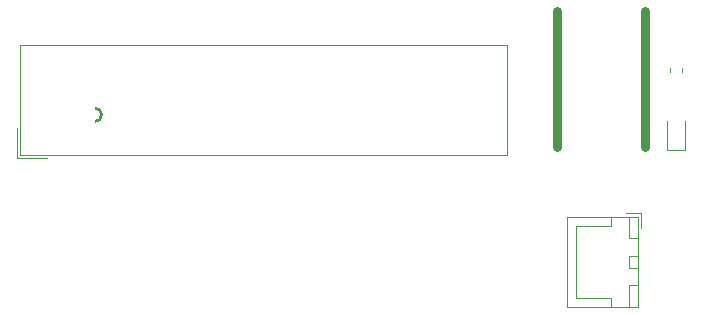
<source format=gbr>
G04 #@! TF.GenerationSoftware,KiCad,Pcbnew,(5.1.4)-1*
G04 #@! TF.CreationDate,2020-03-27T15:17:00-04:00*
G04 #@! TF.ProjectId,heatbed_breakout,68656174-6265-4645-9f62-7265616b6f75,rev?*
G04 #@! TF.SameCoordinates,PX8b91fb0PY68e7780*
G04 #@! TF.FileFunction,Legend,Top*
G04 #@! TF.FilePolarity,Positive*
%FSLAX46Y46*%
G04 Gerber Fmt 4.6, Leading zero omitted, Abs format (unit mm)*
G04 Created by KiCad (PCBNEW (5.1.4)-1) date 2020-03-27 15:17:00*
%MOMM*%
%LPD*%
G04 APERTURE LIST*
%ADD10C,0.254000*%
%ADD11C,0.750000*%
%ADD12C,0.120000*%
%ADD13C,0.100000*%
%ADD14C,6.102000*%
%ADD15C,10.702000*%
%ADD16C,1.052000*%
%ADD17O,2.102000X1.802000*%
%ADD18C,1.802000*%
%ADD19O,1.829200X1.829200*%
%ADD20R,1.829200X1.829200*%
G04 APERTURE END LIST*
D10*
X-42290983Y-1250000D02*
G75*
G03X-42290983Y-1250000I-559017J0D01*
G01*
D11*
X3750000Y7500000D02*
X3750000Y-4000000D01*
X-3750000Y7500000D02*
X-3750000Y-4000000D01*
D12*
X5840000Y2711267D02*
X5840000Y2368733D01*
X6860000Y2711267D02*
X6860000Y2368733D01*
X3385000Y-9596000D02*
X2135000Y-9596000D01*
X3385000Y-10846000D02*
X3385000Y-9596000D01*
X-2115000Y-16746000D02*
X-2115000Y-13696000D01*
X835000Y-16746000D02*
X-2115000Y-16746000D01*
X835000Y-17496000D02*
X835000Y-16746000D01*
X-2115000Y-10646000D02*
X-2115000Y-13696000D01*
X835000Y-10646000D02*
X-2115000Y-10646000D01*
X835000Y-9896000D02*
X835000Y-10646000D01*
X3085000Y-17496000D02*
X3085000Y-15696000D01*
X2335000Y-17496000D02*
X3085000Y-17496000D01*
X2335000Y-15696000D02*
X2335000Y-17496000D01*
X3085000Y-15696000D02*
X2335000Y-15696000D01*
X3085000Y-11696000D02*
X3085000Y-9896000D01*
X2335000Y-11696000D02*
X3085000Y-11696000D01*
X2335000Y-9896000D02*
X2335000Y-11696000D01*
X3085000Y-9896000D02*
X2335000Y-9896000D01*
X3085000Y-14196000D02*
X3085000Y-13196000D01*
X2335000Y-14196000D02*
X3085000Y-14196000D01*
X2335000Y-13196000D02*
X2335000Y-14196000D01*
X3085000Y-13196000D02*
X2335000Y-13196000D01*
X3095000Y-17506000D02*
X3095000Y-9886000D01*
X-2875000Y-17506000D02*
X3095000Y-17506000D01*
X-2875000Y-9886000D02*
X-2875000Y-17506000D01*
X3095000Y-9886000D02*
X-2875000Y-9886000D01*
X-49415000Y-4925000D02*
X-49415000Y-2385000D01*
X-49415000Y-4925000D02*
X-46875000Y-4925000D01*
X-49165000Y-4675000D02*
X-49165000Y4675000D01*
X-7985000Y-4675000D02*
X-49165000Y-4675000D01*
X-7985000Y4675000D02*
X-7985000Y-4675000D01*
X-49165000Y4675000D02*
X-7985000Y4675000D01*
X7085000Y-4200000D02*
X7085000Y-1740000D01*
X5615000Y-4200000D02*
X7085000Y-4200000D01*
X5615000Y-1740000D02*
X5615000Y-4200000D01*
%LPC*%
D13*
G36*
X2500610Y6623062D02*
G01*
X2559844Y6614275D01*
X2617932Y6599725D01*
X2674313Y6579551D01*
X2728446Y6553948D01*
X2779809Y6523163D01*
X2827907Y6487491D01*
X2872277Y6447277D01*
X2912491Y6402907D01*
X2948163Y6354809D01*
X2978948Y6303446D01*
X3004551Y6249313D01*
X3024725Y6192932D01*
X3039275Y6134844D01*
X3048062Y6075610D01*
X3051000Y6015800D01*
X3051000Y1134200D01*
X3048062Y1074390D01*
X3039275Y1015156D01*
X3024725Y957068D01*
X3004551Y900687D01*
X2978948Y846554D01*
X2948163Y795191D01*
X2912491Y747093D01*
X2872277Y702723D01*
X2827907Y662509D01*
X2779809Y626837D01*
X2728446Y596052D01*
X2674313Y570449D01*
X2617932Y550275D01*
X2559844Y535725D01*
X2500610Y526938D01*
X2440800Y524000D01*
X-2440800Y524000D01*
X-2500610Y526938D01*
X-2559844Y535725D01*
X-2617932Y550275D01*
X-2674313Y570449D01*
X-2728446Y596052D01*
X-2779809Y626837D01*
X-2827907Y662509D01*
X-2872277Y702723D01*
X-2912491Y747093D01*
X-2948163Y795191D01*
X-2978948Y846554D01*
X-3004551Y900687D01*
X-3024725Y957068D01*
X-3039275Y1015156D01*
X-3048062Y1074390D01*
X-3051000Y1134200D01*
X-3051000Y6015800D01*
X-3048062Y6075610D01*
X-3039275Y6134844D01*
X-3024725Y6192932D01*
X-3004551Y6249313D01*
X-2978948Y6303446D01*
X-2948163Y6354809D01*
X-2912491Y6402907D01*
X-2872277Y6447277D01*
X-2827907Y6487491D01*
X-2779809Y6523163D01*
X-2728446Y6553948D01*
X-2674313Y6579551D01*
X-2617932Y6599725D01*
X-2559844Y6614275D01*
X-2500610Y6623062D01*
X-2440800Y6626000D01*
X2440800Y6626000D01*
X2500610Y6623062D01*
X2500610Y6623062D01*
G37*
D14*
X0Y3575000D03*
D13*
G36*
X2500610Y-526938D02*
G01*
X2559844Y-535725D01*
X2617932Y-550275D01*
X2674313Y-570449D01*
X2728446Y-596052D01*
X2779809Y-626837D01*
X2827907Y-662509D01*
X2872277Y-702723D01*
X2912491Y-747093D01*
X2948163Y-795191D01*
X2978948Y-846554D01*
X3004551Y-900687D01*
X3024725Y-957068D01*
X3039275Y-1015156D01*
X3048062Y-1074390D01*
X3051000Y-1134200D01*
X3051000Y-6015800D01*
X3048062Y-6075610D01*
X3039275Y-6134844D01*
X3024725Y-6192932D01*
X3004551Y-6249313D01*
X2978948Y-6303446D01*
X2948163Y-6354809D01*
X2912491Y-6402907D01*
X2872277Y-6447277D01*
X2827907Y-6487491D01*
X2779809Y-6523163D01*
X2728446Y-6553948D01*
X2674313Y-6579551D01*
X2617932Y-6599725D01*
X2559844Y-6614275D01*
X2500610Y-6623062D01*
X2440800Y-6626000D01*
X-2440800Y-6626000D01*
X-2500610Y-6623062D01*
X-2559844Y-6614275D01*
X-2617932Y-6599725D01*
X-2674313Y-6579551D01*
X-2728446Y-6553948D01*
X-2779809Y-6523163D01*
X-2827907Y-6487491D01*
X-2872277Y-6447277D01*
X-2912491Y-6402907D01*
X-2948163Y-6354809D01*
X-2978948Y-6303446D01*
X-3004551Y-6249313D01*
X-3024725Y-6192932D01*
X-3039275Y-6134844D01*
X-3048062Y-6075610D01*
X-3051000Y-6015800D01*
X-3051000Y-1134200D01*
X-3048062Y-1074390D01*
X-3039275Y-1015156D01*
X-3024725Y-957068D01*
X-3004551Y-900687D01*
X-2978948Y-846554D01*
X-2948163Y-795191D01*
X-2912491Y-747093D01*
X-2872277Y-702723D01*
X-2827907Y-662509D01*
X-2779809Y-626837D01*
X-2728446Y-596052D01*
X-2674313Y-570449D01*
X-2617932Y-550275D01*
X-2559844Y-535725D01*
X-2500610Y-526938D01*
X-2440800Y-524000D01*
X2440800Y-524000D01*
X2500610Y-526938D01*
X2500610Y-526938D01*
G37*
D14*
X0Y-3575000D03*
D15*
X13650000Y0D03*
X-56350000Y0D03*
D13*
G36*
X6638779Y2239734D02*
G01*
X6664309Y2235947D01*
X6689345Y2229675D01*
X6713646Y2220980D01*
X6736977Y2209945D01*
X6759115Y2196677D01*
X6779845Y2181302D01*
X6798969Y2163969D01*
X6816302Y2144845D01*
X6831677Y2124115D01*
X6844945Y2101977D01*
X6855980Y2078646D01*
X6864675Y2054345D01*
X6870947Y2029309D01*
X6874734Y2003779D01*
X6876000Y1978000D01*
X6876000Y1352000D01*
X6874734Y1326221D01*
X6870947Y1300691D01*
X6864675Y1275655D01*
X6855980Y1251354D01*
X6844945Y1228023D01*
X6831677Y1205885D01*
X6816302Y1185155D01*
X6798969Y1166031D01*
X6779845Y1148698D01*
X6759115Y1133323D01*
X6736977Y1120055D01*
X6713646Y1109020D01*
X6689345Y1100325D01*
X6664309Y1094053D01*
X6638779Y1090266D01*
X6613000Y1089000D01*
X6087000Y1089000D01*
X6061221Y1090266D01*
X6035691Y1094053D01*
X6010655Y1100325D01*
X5986354Y1109020D01*
X5963023Y1120055D01*
X5940885Y1133323D01*
X5920155Y1148698D01*
X5901031Y1166031D01*
X5883698Y1185155D01*
X5868323Y1205885D01*
X5855055Y1228023D01*
X5844020Y1251354D01*
X5835325Y1275655D01*
X5829053Y1300691D01*
X5825266Y1326221D01*
X5824000Y1352000D01*
X5824000Y1978000D01*
X5825266Y2003779D01*
X5829053Y2029309D01*
X5835325Y2054345D01*
X5844020Y2078646D01*
X5855055Y2101977D01*
X5868323Y2124115D01*
X5883698Y2144845D01*
X5901031Y2163969D01*
X5920155Y2181302D01*
X5940885Y2196677D01*
X5963023Y2209945D01*
X5986354Y2220980D01*
X6010655Y2229675D01*
X6035691Y2235947D01*
X6061221Y2239734D01*
X6087000Y2241000D01*
X6613000Y2241000D01*
X6638779Y2239734D01*
X6638779Y2239734D01*
G37*
D16*
X6350000Y1665000D03*
D13*
G36*
X6638779Y3989734D02*
G01*
X6664309Y3985947D01*
X6689345Y3979675D01*
X6713646Y3970980D01*
X6736977Y3959945D01*
X6759115Y3946677D01*
X6779845Y3931302D01*
X6798969Y3913969D01*
X6816302Y3894845D01*
X6831677Y3874115D01*
X6844945Y3851977D01*
X6855980Y3828646D01*
X6864675Y3804345D01*
X6870947Y3779309D01*
X6874734Y3753779D01*
X6876000Y3728000D01*
X6876000Y3102000D01*
X6874734Y3076221D01*
X6870947Y3050691D01*
X6864675Y3025655D01*
X6855980Y3001354D01*
X6844945Y2978023D01*
X6831677Y2955885D01*
X6816302Y2935155D01*
X6798969Y2916031D01*
X6779845Y2898698D01*
X6759115Y2883323D01*
X6736977Y2870055D01*
X6713646Y2859020D01*
X6689345Y2850325D01*
X6664309Y2844053D01*
X6638779Y2840266D01*
X6613000Y2839000D01*
X6087000Y2839000D01*
X6061221Y2840266D01*
X6035691Y2844053D01*
X6010655Y2850325D01*
X5986354Y2859020D01*
X5963023Y2870055D01*
X5940885Y2883323D01*
X5920155Y2898698D01*
X5901031Y2916031D01*
X5883698Y2935155D01*
X5868323Y2955885D01*
X5855055Y2978023D01*
X5844020Y3001354D01*
X5835325Y3025655D01*
X5829053Y3050691D01*
X5825266Y3076221D01*
X5824000Y3102000D01*
X5824000Y3728000D01*
X5825266Y3753779D01*
X5829053Y3779309D01*
X5835325Y3804345D01*
X5844020Y3828646D01*
X5855055Y3851977D01*
X5868323Y3874115D01*
X5883698Y3894845D01*
X5901031Y3913969D01*
X5920155Y3931302D01*
X5940885Y3946677D01*
X5963023Y3959945D01*
X5986354Y3970980D01*
X6010655Y3979675D01*
X6035691Y3985947D01*
X6061221Y3989734D01*
X6087000Y3991000D01*
X6613000Y3991000D01*
X6638779Y3989734D01*
X6638779Y3989734D01*
G37*
D16*
X6350000Y3415000D03*
D17*
X635000Y-14946000D03*
D13*
G36*
X1446975Y-11546276D02*
G01*
X1472699Y-11550092D01*
X1497925Y-11556411D01*
X1522411Y-11565172D01*
X1545920Y-11576291D01*
X1568226Y-11589661D01*
X1589114Y-11605152D01*
X1608383Y-11622617D01*
X1625848Y-11641886D01*
X1641339Y-11662774D01*
X1654709Y-11685080D01*
X1665828Y-11708589D01*
X1674589Y-11733075D01*
X1680908Y-11758301D01*
X1684724Y-11784025D01*
X1686000Y-11810000D01*
X1686000Y-13082000D01*
X1684724Y-13107975D01*
X1680908Y-13133699D01*
X1674589Y-13158925D01*
X1665828Y-13183411D01*
X1654709Y-13206920D01*
X1641339Y-13229226D01*
X1625848Y-13250114D01*
X1608383Y-13269383D01*
X1589114Y-13286848D01*
X1568226Y-13302339D01*
X1545920Y-13315709D01*
X1522411Y-13326828D01*
X1497925Y-13335589D01*
X1472699Y-13341908D01*
X1446975Y-13345724D01*
X1421000Y-13347000D01*
X-151000Y-13347000D01*
X-176975Y-13345724D01*
X-202699Y-13341908D01*
X-227925Y-13335589D01*
X-252411Y-13326828D01*
X-275920Y-13315709D01*
X-298226Y-13302339D01*
X-319114Y-13286848D01*
X-338383Y-13269383D01*
X-355848Y-13250114D01*
X-371339Y-13229226D01*
X-384709Y-13206920D01*
X-395828Y-13183411D01*
X-404589Y-13158925D01*
X-410908Y-13133699D01*
X-414724Y-13107975D01*
X-416000Y-13082000D01*
X-416000Y-11810000D01*
X-414724Y-11784025D01*
X-410908Y-11758301D01*
X-404589Y-11733075D01*
X-395828Y-11708589D01*
X-384709Y-11685080D01*
X-371339Y-11662774D01*
X-355848Y-11641886D01*
X-338383Y-11622617D01*
X-319114Y-11605152D01*
X-298226Y-11589661D01*
X-275920Y-11576291D01*
X-252411Y-11565172D01*
X-227925Y-11556411D01*
X-202699Y-11550092D01*
X-176975Y-11546276D01*
X-151000Y-11545000D01*
X1421000Y-11545000D01*
X1446975Y-11546276D01*
X1446975Y-11546276D01*
G37*
D18*
X635000Y-12446000D03*
D19*
X-13335000Y1270000D03*
X-13335000Y-1270000D03*
X-15875000Y1270000D03*
X-15875000Y-1270000D03*
X-18415000Y1270000D03*
X-18415000Y-1270000D03*
X-20955000Y1270000D03*
X-20955000Y-1270000D03*
X-23495000Y1270000D03*
X-23495000Y-1270000D03*
X-26035000Y1270000D03*
X-26035000Y-1270000D03*
X-28575000Y1270000D03*
X-28575000Y-1270000D03*
X-31115000Y1270000D03*
X-31115000Y-1270000D03*
X-33655000Y1270000D03*
X-33655000Y-1270000D03*
X-36195000Y1270000D03*
X-36195000Y-1270000D03*
X-38735000Y1270000D03*
X-38735000Y-1270000D03*
X-41275000Y1270000D03*
X-41275000Y-1270000D03*
X-43815000Y1270000D03*
D20*
X-43815000Y-1270000D03*
D13*
G36*
X6638779Y-1090266D02*
G01*
X6664309Y-1094053D01*
X6689345Y-1100325D01*
X6713646Y-1109020D01*
X6736977Y-1120055D01*
X6759115Y-1133323D01*
X6779845Y-1148698D01*
X6798969Y-1166031D01*
X6816302Y-1185155D01*
X6831677Y-1205885D01*
X6844945Y-1228023D01*
X6855980Y-1251354D01*
X6864675Y-1275655D01*
X6870947Y-1300691D01*
X6874734Y-1326221D01*
X6876000Y-1352000D01*
X6876000Y-1978000D01*
X6874734Y-2003779D01*
X6870947Y-2029309D01*
X6864675Y-2054345D01*
X6855980Y-2078646D01*
X6844945Y-2101977D01*
X6831677Y-2124115D01*
X6816302Y-2144845D01*
X6798969Y-2163969D01*
X6779845Y-2181302D01*
X6759115Y-2196677D01*
X6736977Y-2209945D01*
X6713646Y-2220980D01*
X6689345Y-2229675D01*
X6664309Y-2235947D01*
X6638779Y-2239734D01*
X6613000Y-2241000D01*
X6087000Y-2241000D01*
X6061221Y-2239734D01*
X6035691Y-2235947D01*
X6010655Y-2229675D01*
X5986354Y-2220980D01*
X5963023Y-2209945D01*
X5940885Y-2196677D01*
X5920155Y-2181302D01*
X5901031Y-2163969D01*
X5883698Y-2144845D01*
X5868323Y-2124115D01*
X5855055Y-2101977D01*
X5844020Y-2078646D01*
X5835325Y-2054345D01*
X5829053Y-2029309D01*
X5825266Y-2003779D01*
X5824000Y-1978000D01*
X5824000Y-1352000D01*
X5825266Y-1326221D01*
X5829053Y-1300691D01*
X5835325Y-1275655D01*
X5844020Y-1251354D01*
X5855055Y-1228023D01*
X5868323Y-1205885D01*
X5883698Y-1185155D01*
X5901031Y-1166031D01*
X5920155Y-1148698D01*
X5940885Y-1133323D01*
X5963023Y-1120055D01*
X5986354Y-1109020D01*
X6010655Y-1100325D01*
X6035691Y-1094053D01*
X6061221Y-1090266D01*
X6087000Y-1089000D01*
X6613000Y-1089000D01*
X6638779Y-1090266D01*
X6638779Y-1090266D01*
G37*
D16*
X6350000Y-1665000D03*
D13*
G36*
X6638779Y-2840266D02*
G01*
X6664309Y-2844053D01*
X6689345Y-2850325D01*
X6713646Y-2859020D01*
X6736977Y-2870055D01*
X6759115Y-2883323D01*
X6779845Y-2898698D01*
X6798969Y-2916031D01*
X6816302Y-2935155D01*
X6831677Y-2955885D01*
X6844945Y-2978023D01*
X6855980Y-3001354D01*
X6864675Y-3025655D01*
X6870947Y-3050691D01*
X6874734Y-3076221D01*
X6876000Y-3102000D01*
X6876000Y-3728000D01*
X6874734Y-3753779D01*
X6870947Y-3779309D01*
X6864675Y-3804345D01*
X6855980Y-3828646D01*
X6844945Y-3851977D01*
X6831677Y-3874115D01*
X6816302Y-3894845D01*
X6798969Y-3913969D01*
X6779845Y-3931302D01*
X6759115Y-3946677D01*
X6736977Y-3959945D01*
X6713646Y-3970980D01*
X6689345Y-3979675D01*
X6664309Y-3985947D01*
X6638779Y-3989734D01*
X6613000Y-3991000D01*
X6087000Y-3991000D01*
X6061221Y-3989734D01*
X6035691Y-3985947D01*
X6010655Y-3979675D01*
X5986354Y-3970980D01*
X5963023Y-3959945D01*
X5940885Y-3946677D01*
X5920155Y-3931302D01*
X5901031Y-3913969D01*
X5883698Y-3894845D01*
X5868323Y-3874115D01*
X5855055Y-3851977D01*
X5844020Y-3828646D01*
X5835325Y-3804345D01*
X5829053Y-3779309D01*
X5825266Y-3753779D01*
X5824000Y-3728000D01*
X5824000Y-3102000D01*
X5825266Y-3076221D01*
X5829053Y-3050691D01*
X5835325Y-3025655D01*
X5844020Y-3001354D01*
X5855055Y-2978023D01*
X5868323Y-2955885D01*
X5883698Y-2935155D01*
X5901031Y-2916031D01*
X5920155Y-2898698D01*
X5940885Y-2883323D01*
X5963023Y-2870055D01*
X5986354Y-2859020D01*
X6010655Y-2850325D01*
X6035691Y-2844053D01*
X6061221Y-2840266D01*
X6087000Y-2839000D01*
X6613000Y-2839000D01*
X6638779Y-2840266D01*
X6638779Y-2840266D01*
G37*
D16*
X6350000Y-3415000D03*
M02*

</source>
